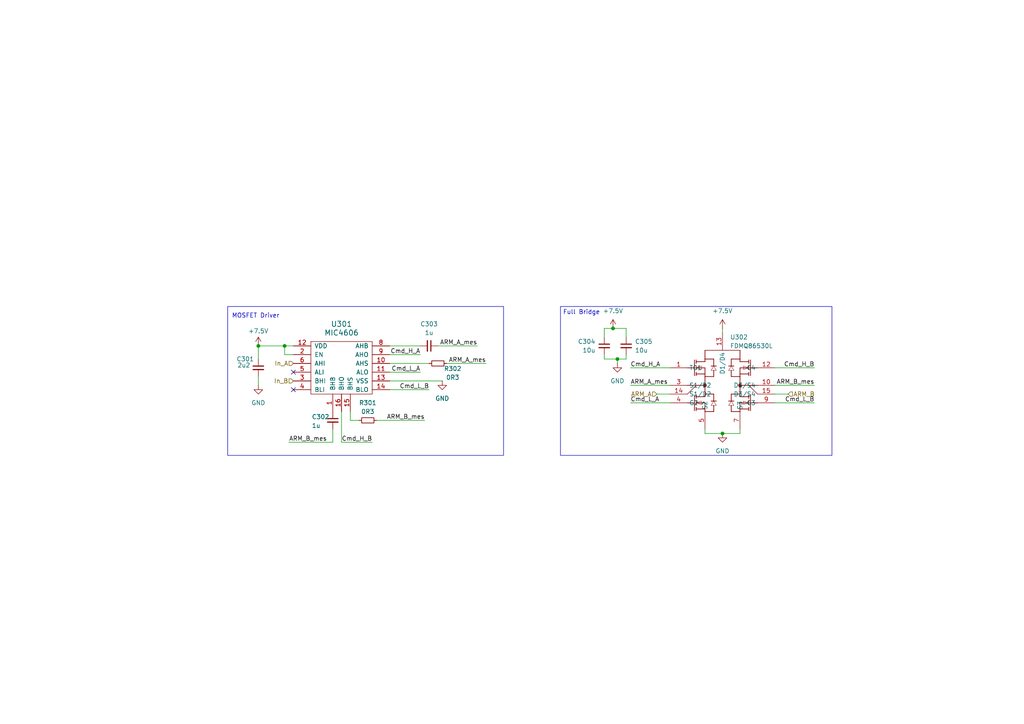
<source format=kicad_sch>
(kicad_sch (version 20231120) (generator "eeschema") (generator_version "8.0")
  (paper "A4")
  (lib_symbols
    (symbol "Custom:FDMQ86530L"
      (property "Reference" "U202" (at 2.1941 13.97 0))
      (property "Value" "FDMQ86530L" (at 2.1941 11.43 0))
      (symbol "FDMQ86530L_0_1"
        (circle (center -5.08 0) (radius 0.254) (stroke (width 0.508)))
        (polyline (pts (xy -10.16 -5.08) (xy -8.128 -5.08)) (stroke (width 0.2032)))
        (polyline (pts (xy -10.16 -2.54) (xy -7.62 0)))
        (polyline (pts (xy -10.16 0) (xy -5.08 0)) (stroke (width 0.2032)))
        (polyline (pts (xy -10.16 5.08) (xy -8.128 5.08)) (stroke (width 0.2032)))
        (polyline (pts (xy -8.128 -2.794) (xy -8.128 -7.366)) (stroke (width 0.2032)))
        (polyline (pts (xy -8.128 7.366) (xy -8.128 2.794)) (stroke (width 0.2032)))
        (polyline (pts (xy -7.62 -7.366) (xy -7.62 -6.35)) (stroke (width 0.2032)))
        (polyline (pts (xy -7.62 -5.588) (xy -7.62 -4.572)) (stroke (width 0.2032)))
        (polyline (pts (xy -7.62 -5.08) (xy -6.096 -5.588)) (stroke (width 0.1016)))
        (polyline (pts (xy -7.62 -2.794) (xy -7.62 -3.81)) (stroke (width 0.2032)))
        (polyline (pts (xy -7.62 2.794) (xy -7.62 3.81)) (stroke (width 0.2032)))
        (polyline (pts (xy -7.62 4.572) (xy -7.62 5.588)) (stroke (width 0.2032)))
        (polyline (pts (xy -7.62 5.08) (xy -6.096 4.572)) (stroke (width 0.1016)))
        (polyline (pts (xy -7.62 7.366) (xy -7.62 6.35)) (stroke (width 0.2032)))
        (polyline (pts (xy -6.096 -5.588) (xy -6.096 -4.572)) (stroke (width 0.1016)))
        (polyline (pts (xy -6.096 -4.572) (xy -7.62 -5.08)) (stroke (width 0.1016)))
        (polyline (pts (xy -6.096 4.572) (xy -6.096 5.588)) (stroke (width 0.1016)))
        (polyline (pts (xy -6.096 5.588) (xy -7.62 5.08)) (stroke (width 0.1016)))
        (polyline (pts (xy -5.08 -7.62) (xy -2.54 -7.62)) (stroke (width 0.2032)))
        (polyline (pts (xy -5.08 -6.858) (xy -7.62 -6.858)) (stroke (width 0.2032)))
        (polyline (pts (xy -5.08 -5.08) (xy -7.62 -5.08)) (stroke (width 0.2032)))
        (polyline (pts (xy -5.08 -5.08) (xy -5.08 -7.62)) (stroke (width 0.2032)))
        (polyline (pts (xy -5.08 -3.302) (xy -7.62 -3.302)) (stroke (width 0.2032)))
        (polyline (pts (xy -5.08 -3.302) (xy -5.08 -2.54)) (stroke (width 0.2032)))
        (polyline (pts (xy -5.08 -2.54) (xy -5.08 2.54)) (stroke (width 0.2032)))
        (polyline (pts (xy -5.08 -2.54) (xy -2.54 -2.54)) (stroke (width 0.2032)))
        (polyline (pts (xy -5.08 2.54) (xy -2.54 2.54)) (stroke (width 0.2032)))
        (polyline (pts (xy -5.08 3.302) (xy -7.62 3.302)) (stroke (width 0.2032)))
        (polyline (pts (xy -5.08 5.08) (xy -7.62 5.08)) (stroke (width 0.2032)))
        (polyline (pts (xy -5.08 5.08) (xy -5.08 2.54)) (stroke (width 0.2032)))
        (polyline (pts (xy -5.08 6.858) (xy -7.62 6.858)) (stroke (width 0.2032)))
        (polyline (pts (xy -5.08 6.858) (xy -5.08 7.62)) (stroke (width 0.2032)))
        (polyline (pts (xy -5.08 7.62) (xy -2.54 7.62)) (stroke (width 0.2032)))
        (polyline (pts (xy -5.08 10.16) (xy -5.08 7.62)) (stroke (width 0.2032)))
        (polyline (pts (xy -5.08 10.16) (xy 5.08 10.16)))
        (polyline (pts (xy -3.302 -5.842) (xy -1.778 -5.842)) (stroke (width 0.1016)))
        (polyline (pts (xy -3.302 -4.572) (xy -1.778 -4.572)) (stroke (width 0.2032)))
        (polyline (pts (xy -3.302 4.318) (xy -1.778 4.318)) (stroke (width 0.1016)))
        (polyline (pts (xy -3.302 5.588) (xy -1.778 5.588)) (stroke (width 0.2032)))
        (polyline (pts (xy -2.54 -7.62) (xy -2.54 -5.842)) (stroke (width 0.2032)))
        (polyline (pts (xy -2.54 -4.572) (xy -3.302 -5.842)) (stroke (width 0.1016)))
        (polyline (pts (xy -2.54 -2.54) (xy -2.54 -4.572)) (stroke (width 0.2032)))
        (polyline (pts (xy -2.54 2.54) (xy -2.54 4.318)) (stroke (width 0.2032)))
        (polyline (pts (xy -2.54 5.588) (xy -3.302 4.318)) (stroke (width 0.1016)))
        (polyline (pts (xy -2.54 7.62) (xy -2.54 5.588)) (stroke (width 0.2032)))
        (polyline (pts (xy -1.778 -5.842) (xy -2.54 -4.572)) (stroke (width 0.1016)))
        (polyline (pts (xy -1.778 4.318) (xy -2.54 5.588)) (stroke (width 0.1016)))
        (polyline (pts (xy 1.778 -5.842) (xy 2.54 -4.572)) (stroke (width 0.1016)))
        (polyline (pts (xy 1.778 4.318) (xy 2.54 5.588)) (stroke (width 0.1016)))
        (polyline (pts (xy 2.54 -7.62) (xy 2.54 -5.842)) (stroke (width 0.2032)))
        (polyline (pts (xy 2.54 -4.572) (xy 3.302 -5.842)) (stroke (width 0.1016)))
        (polyline (pts (xy 2.54 -2.54) (xy 2.54 -4.572)) (stroke (width 0.2032)))
        (polyline (pts (xy 2.54 2.54) (xy 2.54 4.318)) (stroke (width 0.2032)))
        (polyline (pts (xy 2.54 5.588) (xy 3.302 4.318)) (stroke (width 0.1016)))
        (polyline (pts (xy 2.54 7.62) (xy 2.54 5.588)) (stroke (width 0.2032)))
        (polyline (pts (xy 3.302 -5.842) (xy 1.778 -5.842)) (stroke (width 0.1016)))
        (polyline (pts (xy 3.302 -4.572) (xy 1.778 -4.572)) (stroke (width 0.2032)))
        (polyline (pts (xy 3.302 4.318) (xy 1.778 4.318)) (stroke (width 0.1016)))
        (polyline (pts (xy 3.302 5.588) (xy 1.778 5.588)) (stroke (width 0.2032)))
        (polyline (pts (xy 5.08 -7.62) (xy 2.54 -7.62)) (stroke (width 0.2032)))
        (polyline (pts (xy 5.08 -6.858) (xy 7.62 -6.858)) (stroke (width 0.2032)))
        (polyline (pts (xy 5.08 -5.08) (xy 5.08 -7.62)) (stroke (width 0.2032)))
        (polyline (pts (xy 5.08 -5.08) (xy 7.62 -5.08)) (stroke (width 0.2032)))
        (polyline (pts (xy 5.08 -3.302) (xy 5.08 -2.54)) (stroke (width 0.2032)))
        (polyline (pts (xy 5.08 -3.302) (xy 7.62 -3.302)) (stroke (width 0.2032)))
        (polyline (pts (xy 5.08 -2.54) (xy 2.54 -2.54)) (stroke (width 0.2032)))
        (polyline (pts (xy 5.08 -2.54) (xy 5.08 2.54)) (stroke (width 0.2032)))
        (polyline (pts (xy 5.08 2.54) (xy 2.54 2.54)) (stroke (width 0.2032)))
        (polyline (pts (xy 5.08 3.302) (xy 7.62 3.302)) (stroke (width 0.2032)))
        (polyline (pts (xy 5.08 5.08) (xy 5.08 2.54)) (stroke (width 0.2032)))
        (polyline (pts (xy 5.08 5.08) (xy 7.62 5.08)) (stroke (width 0.2032)))
        (polyline (pts (xy 5.08 6.858) (xy 5.08 7.62)) (stroke (width 0.2032)))
        (polyline (pts (xy 5.08 6.858) (xy 7.62 6.858)) (stroke (width 0.2032)))
        (polyline (pts (xy 5.08 7.62) (xy 2.54 7.62)) (stroke (width 0.2032)))
        (polyline (pts (xy 5.08 10.16) (xy 5.08 7.62)) (stroke (width 0.2032)))
        (polyline (pts (xy 6.096 -5.588) (xy 6.096 -4.572)) (stroke (width 0.1016)))
        (polyline (pts (xy 6.096 -4.572) (xy 7.62 -5.08)) (stroke (width 0.1016)))
        (polyline (pts (xy 6.096 4.572) (xy 6.096 5.588)) (stroke (width 0.1016)))
        (polyline (pts (xy 6.096 5.588) (xy 7.62 5.08)) (stroke (width 0.1016)))
        (polyline (pts (xy 7.62 -7.366) (xy 7.62 -6.35)) (stroke (width 0.2032)))
        (polyline (pts (xy 7.62 -5.588) (xy 7.62 -4.572)) (stroke (width 0.2032)))
        (polyline (pts (xy 7.62 -5.08) (xy 6.096 -5.588)) (stroke (width 0.1016)))
        (polyline (pts (xy 7.62 -2.794) (xy 7.62 -3.81)) (stroke (width 0.2032)))
        (polyline (pts (xy 7.62 2.794) (xy 7.62 3.81)) (stroke (width 0.2032)))
        (polyline (pts (xy 7.62 4.572) (xy 7.62 5.588)) (stroke (width 0.2032)))
        (polyline (pts (xy 7.62 5.08) (xy 6.096 4.572)) (stroke (width 0.1016)))
        (polyline (pts (xy 7.62 7.366) (xy 7.62 6.35)) (stroke (width 0.2032)))
        (polyline (pts (xy 8.128 -2.794) (xy 8.128 -7.366)) (stroke (width 0.2032)))
        (polyline (pts (xy 8.128 7.366) (xy 8.128 2.794)) (stroke (width 0.2032)))
        (polyline (pts (xy 10.16 -5.08) (xy 8.128 -5.08)) (stroke (width 0.2032)))
        (polyline (pts (xy 10.16 -2.54) (xy 7.62 0)))
        (polyline (pts (xy 10.16 0) (xy 5.08 0)) (stroke (width 0.2032)))
        (polyline (pts (xy 10.16 5.08) (xy 8.128 5.08)) (stroke (width 0.2032)))
        (circle (center 5.08 0) (radius 0.254) (stroke (width 0.508)))
      )
      (symbol "FDMQ86530L_1_1"
        (pin input line (at -15.24 5.08 0) (length 5.08) (name "TG1") (number "1"))
        (pin input line (at 15.24 0 180) (length 5.08) (name "D3/S4") (number "10"))
        (pin input line (at 15.24 5.08 180) (length 5.08) (name "G4") (number "12"))
        (pin power_in line (at 0 15.24 270) (length 5.08) (name "D1/D4") (number "13"))
        (pin input line (at -15.24 -2.54 0) (length 5.08) (name "S1/D2") (number "14"))
        (pin input line (at 15.24 -2.54 180) (length 5.08) (name "D3/S4") (number "15"))
        (pin input line (at -15.24 0 0) (length 5.08) (name "S1/D2") (number "3"))
        (pin input line (at -15.24 -5.08 0) (length 5.08) (name "G2") (number "4"))
        (pin input line (at -5.08 -12.7 90) (length 5.08) (name "S2") (number "5"))
        (pin input line (at -5.08 -12.7 90) (length 5.08) hide (name "PGND") (number "6"))
        (pin input line (at 5.08 -12.7 90) (length 5.08) (name "S3") (number "7"))
        (pin input line (at 5.08 -12.7 90) (length 5.08) hide (name "S3") (number "8"))
        (pin input line (at 15.24 -5.08 180) (length 5.08) (name "G3") (number "9"))
      )
    )
    (symbol "Device:C_Small" (pin_numbers hide) (pin_names (offset 0.254) hide)
      (property "Reference" "C" (at 0.254 1.778 0))
      (property "Value" "C_Small" (at 0.254 -2.032 0))
      (symbol "C_Small_0_1"
        (polyline (pts (xy -1.524 -0.508) (xy 1.524 -0.508)) (stroke (width 0.3302)))
        (polyline (pts (xy -1.524 0.508) (xy 1.524 0.508)) (stroke (width 0.3048)))
      )
      (symbol "C_Small_1_1"
        (pin passive line (at 0 2.54 270) (length 2.032) (name "~") (number "1"))
        (pin passive line (at 0 -2.54 90) (length 2.032) (name "~") (number "2"))
      )
    )
    (symbol "Device:R_Small" (pin_numbers hide) (pin_names (offset 0.254) hide)
      (property "Reference" "R" (at 0.762 0.508 0))
      (property "Value" "R_Small" (at 0.762 -1.016 0))
      (symbol "R_Small_0_1"
        (rectangle (start -0.762 1.778) (end 0.762 -1.778) (stroke (width 0.2032)))
      )
      (symbol "R_Small_1_1"
        (pin passive line (at 0 2.54 270) (length 0.762) (name "~") (number "1"))
        (pin passive line (at 0 -2.54 90) (length 0.762) (name "~") (number "2"))
      )
    )
    (symbol "GND_1" (power) (pin_numbers hide) (pin_names (offset 0) hide)
      (property "Value" "GND" (at 0 -3.81 0))
      (symbol "GND_1_0_1"
        (polyline (pts (xy 0 0) (xy 0 -1.27) (xy 1.27 -1.27) (xy 0 -2.54) (xy -1.27 -1.27) (xy 0 -1.27)))
      )
      (symbol "GND_1_1_1"
        (pin power_in line (at 0 0 270) (length 0) (name "~") (number "1"))
      )
    )
    (symbol "mic4606:MIC4606" (pin_names (offset 1.016))
      (property "Reference" "U401" (at 0 13.97 0))
      (property "Value" "MIC4606" (at 0 11.43 0))
      (symbol "MIC4606_0_1"
        (rectangle (start -8.89 8.89) (end 8.89 -6.35))
      )
      (symbol "MIC4606_1_1"
        (pin output line (at -2.54 -11.43 90) (length 5.08) (name "BHB") (number "1"))
        (pin output line (at 13.97 2.54 180) (length 5.08) (name "AHS") (number "10"))
        (pin output line (at 13.97 0 180) (length 5.08) (name "ALO") (number "11"))
        (pin power_in line (at -13.97 7.62 0) (length 5.08) (name "VDD") (number "12"))
        (pin input line (at 13.97 -2.54 180) (length 5.08) (name "VSS") (number "13"))
        (pin output line (at 13.97 -5.08 180) (length 5.08) (name "BLO") (number "14"))
        (pin output line (at 2.54 -11.43 90) (length 5.08) (name "BHS") (number "15"))
        (pin output line (at 0 -11.43 90) (length 5.08) (name "BHO") (number "16"))
        (pin input line (at -13.97 5.08 0) (length 5.08) (name "EN") (number "2"))
        (pin input line (at -13.97 -2.54 0) (length 5.08) (name "BHI") (number "3"))
        (pin input line (at -13.97 -5.08 0) (length 5.08) (name "BLI") (number "4"))
        (pin input line (at -13.97 0 0) (length 5.08) (name "ALI") (number "5"))
        (pin input line (at -13.97 2.54 0) (length 5.08) (name "AHI") (number "6"))
        (pin output line (at 13.97 7.62 180) (length 5.08) (name "AHB") (number "8"))
        (pin output line (at 13.97 5.08 180) (length 5.08) (name "AHO") (number "9"))
      )
    )
    (symbol "power:+15V" (power) (pin_numbers hide) (pin_names (offset 0) hide)
      (property "Value" "+15V" (at 0 3.556 0))
      (symbol "+15V_0_1"
        (polyline (pts (xy -0.762 1.27) (xy 0 2.54)))
        (polyline (pts (xy 0 0) (xy 0 2.54)))
        (polyline (pts (xy 0 2.54) (xy 0.762 1.27)))
      )
      (symbol "+15V_1_1"
        (pin power_in line (at 0 0 90) (length 0) (name "~") (number "1"))
      )
    )
    (symbol "power:+7.5V" (power) (pin_numbers hide) (pin_names (offset 0) hide)
      (property "Value" "+7.5V" (at 0 3.556 0))
      (symbol "+7.5V_0_1"
        (polyline (pts (xy -0.762 1.27) (xy 0 2.54)))
        (polyline (pts (xy 0 0) (xy 0 2.54)))
        (polyline (pts (xy 0 2.54) (xy 0.762 1.27)))
      )
      (symbol "+7.5V_1_1"
        (pin power_in line (at 0 0 90) (length 0) (name "~") (number "1"))
      )
    )
  )
  (junction (at 177.8 95.25))
  (junction (at 209.55 125.73))
  (junction (at 74.93 100.33))
  (junction (at 179.07 104.14))
  (junction (at 82.55 100.33))
  (no_connect (at 85.09 107.95))
  (no_connect (at 85.09 113.03))
  (wire (pts (xy 175.26 95.25) (xy 177.8 95.25)))
  (wire (pts (xy 109.22 121.92) (xy 123.19 121.92)))
  (wire (pts (xy 182.88 106.68) (xy 194.31 106.68)))
  (wire (pts (xy 224.79 106.68) (xy 236.22 106.68)))
  (wire (pts (xy 113.03 105.41) (xy 124.46 105.41)))
  (wire (pts (xy 99.06 128.27) (xy 99.06 119.38)))
  (wire (pts (xy 204.47 124.46) (xy 204.47 125.73)))
  (wire (pts (xy 113.03 110.49) (xy 128.27 110.49)))
  (wire (pts (xy 236.22 116.84) (xy 224.79 116.84)))
  (wire (pts (xy 179.07 104.14) (xy 179.07 105.41)))
  (wire (pts (xy 224.79 114.3) (xy 228.6 114.3)))
  (wire (pts (xy 175.26 97.79) (xy 175.26 95.25)))
  (wire (pts (xy 121.92 102.87) (xy 113.03 102.87)))
  (wire (pts (xy 74.93 100.33) (xy 82.55 100.33)))
  (wire (pts (xy 204.47 125.73) (xy 209.55 125.73)))
  (wire (pts (xy 127 100.33) (xy 138.43 100.33)))
  (wire (pts (xy 194.31 111.76) (xy 182.88 111.76)))
  (wire (pts (xy 181.61 102.87) (xy 181.61 104.14)))
  (wire (pts (xy 214.63 124.46) (xy 214.63 125.73)))
  (wire (pts (xy 175.26 104.14) (xy 179.07 104.14)))
  (wire (pts (xy 74.93 109.22) (xy 74.93 111.76)))
  (wire (pts (xy 82.55 102.87) (xy 82.55 100.33)))
  (wire (pts (xy 175.26 102.87) (xy 175.26 104.14)))
  (wire (pts (xy 96.52 128.27) (xy 96.52 124.46)))
  (wire (pts (xy 101.6 121.92) (xy 104.14 121.92)))
  (wire (pts (xy 113.03 100.33) (xy 121.92 100.33)))
  (wire (pts (xy 182.88 116.84) (xy 194.31 116.84)))
  (wire (pts (xy 74.93 104.14) (xy 74.93 100.33)))
  (wire (pts (xy 194.31 114.3) (xy 190.5 114.3)))
  (wire (pts (xy 85.09 102.87) (xy 82.55 102.87)))
  (wire (pts (xy 124.46 113.03) (xy 113.03 113.03)))
  (wire (pts (xy 121.92 107.95) (xy 113.03 107.95)))
  (wire (pts (xy 181.61 95.25) (xy 181.61 97.79)))
  (wire (pts (xy 129.54 105.41) (xy 140.97 105.41)))
  (wire (pts (xy 101.6 121.92) (xy 101.6 119.38)))
  (wire (pts (xy 209.55 95.25) (xy 209.55 96.52)))
  (wire (pts (xy 82.55 100.33) (xy 85.09 100.33)))
  (wire (pts (xy 177.8 95.25) (xy 181.61 95.25)))
  (wire (pts (xy 107.95 128.27) (xy 99.06 128.27)))
  (wire (pts (xy 96.52 128.27) (xy 83.82 128.27)))
  (wire (pts (xy 224.79 111.76) (xy 236.22 111.76)))
  (wire (pts (xy 179.07 104.14) (xy 181.61 104.14)))
  (wire (pts (xy 214.63 125.73) (xy 209.55 125.73)))
  (rectangle (start 162.56 88.9) (end 241.3 132.08))
  (rectangle (start 66.04 88.9) (end 146.05 132.08))
  (text "Full Bridge\n" (at 168.656 90.678 0) (effects (font (size 1.27 1.27))))
  (text "\n" (at 95.25 128.27 0) (effects (font (size 1.27 1.27))))
  (text "MOSFET Driver" (at 74.168 91.694 0) (effects (font (size 1.27 1.27))))
  (label "Cmd_L_B" (at 236.22 116.84 180))
  (label "Cmd_H_B" (at 236.22 106.68 180))
  (label "Cmd_L_A" (at 121.92 107.95 180))
  (label "Cmd_L_A" (at 182.88 116.84 0))
  (label "ARM_B_mes" (at 123.19 121.92 180))
  (label "ARM_A_mes" (at 182.88 111.76 0))
  (label "ARM_A_mes" (at 140.97 105.41 180))
  (label "Cmd_H_A" (at 182.88 106.68 0))
  (label "ARM_A_mes" (at 138.43 100.33 180))
  (label "Cmd_H_A" (at 121.92 102.87 180))
  (label "Cmd_H_B" (at 107.95 128.27 180))
  (label "ARM_B_mes" (at 83.82 128.27 0))
  (label "Cmd_L_B" (at 124.46 113.03 180))
  (label "ARM_B_mes" (at 236.22 111.76 180))
  (hierarchical_label "In_B" (shape input) (at 85.09 110.49 180))
  (hierarchical_label "ARM_B" (shape input) (at 228.6 114.3 0))
  (hierarchical_label "ARM_A" (shape input) (at 190.5 114.3 180))
  (hierarchical_label "In_A" (shape input) (at 85.09 105.41 180))
  (symbol (lib_name "GND_1") (lib_id "power:GND") (at 209.55 125.73 0) (unit 1)
    (property "Reference" "#PWR0307" (effects (hide yes)))
    (property "Value" "GND" (at 209.55 130.81 0))
    (property "Description" "Power symbol creates a global label with name \"GND\" , ground" (effects (hide yes)))
    (instances (project "S2C_motorBoard" (path "" (reference "#PWR0307") (unit 1)) (path "" (reference "#PWR0207") (unit 1)) (path "" (reference "#PWR0507") (unit 1)) (path "" (reference "#PWR0407") (unit 1))))
  )
  (symbol (lib_id "Device:C_Small") (at 175.26 100.33 0) (mirror y) (unit 1)
    (property "Reference" "C304" (at 172.72 99.0662 0) (effects (justify left)))
    (property "Value" "10u" (at 172.72 101.6062 0) (effects (justify left)))
    (property "Footprint" "Capacitor_SMD:C_0603_1608Metric" (effects (hide yes)))
    (property "Datasheet" "https://www.we-online.com/components/products/datasheet/885012106031.pdf" (effects (hide yes)))
    (property "Description" "Unpolarized capacitor, small symbol" (effects (hide yes)))
    (property "MPN" " 885012106031" (effects (hide yes)))
    (instances (project "S2C_motorBoard" (path "" (reference "C304") (unit 1)) (path "" (reference "C204") (unit 1)) (path "" (reference "C504") (unit 1)) (path "" (reference "C404") (unit 1))))
  )
  (symbol (lib_name "GND_1") (lib_id "power:GND") (at 179.07 105.41 0) (unit 1)
    (property "Reference" "#PWR0305" (effects (hide yes)))
    (property "Value" "GND" (at 179.07 110.49 0))
    (property "Description" "Power symbol creates a global label with name \"GND\" , ground" (effects (hide yes)))
    (instances (project "S2C_motorBoard" (path "" (reference "#PWR0305") (unit 1)) (path "" (reference "#PWR0205") (unit 1)) (path "" (reference "#PWR0505") (unit 1)) (path "" (reference "#PWR0405") (unit 1))))
  )
  (symbol (lib_name "GND_1") (lib_id "power:GND") (at 74.93 111.76 0) (unit 1)
    (property "Reference" "#PWR0302" (effects (hide yes)))
    (property "Value" "GND" (at 74.93 116.84 0))
    (property "Description" "Power symbol creates a global label with name \"GND\" , ground" (effects (hide yes)))
    (instances (project "S2C_motorBoard" (path "" (reference "#PWR0302") (unit 1)) (path "" (reference "#PWR0202") (unit 1)) (path "" (reference "#PWR0502") (unit 1)) (path "" (reference "#PWR0402") (unit 1))))
  )
  (symbol (lib_id "Custom:FDMQ86530L") (at 209.55 111.76 0) (unit 1)
    (property "Reference" "U302" (at 211.7441 97.79 0) (effects (justify left)))
    (property "Value" "FDMQ86530L" (at 211.7441 100.33 0) (effects (justify left)))
    (property "Footprint" "CustomLibrary:FDMQ86530L" (effects (hide yes)))
    (property "Datasheet" "https://www.onsemi.com/download/data-sheet/pdf/fdmq86530l-d.pdf" (effects (hide yes)))
    (property "Description" "Quad MOSFET" (effects (hide yes)))
    (instances (project "S2C_motorBoard" (path "" (reference "U302") (unit 1)) (path "" (reference "U202") (unit 1)) (path "" (reference "U502") (unit 1)) (path "" (reference "U402") (unit 1))))
  )
  (symbol (lib_id "Device:C_Small") (at 74.93 106.68 0) (unit 1)
    (property "Reference" "C301" (at 68.58 104.14 0) (effects (justify left)))
    (property "Value" "2u2" (at 68.834 105.918 0) (effects (justify left)))
    (property "Footprint" "Capacitor_SMD:C_0603_1608Metric" (effects (hide yes)))
    (property "Description" "Unpolarized capacitor, small symbol" (effects (hide yes)))
    (instances (project "S2C_motorBoard" (path "" (reference "C301") (unit 1)) (path "" (reference "C201") (unit 1)) (path "" (reference "C501") (unit 1)) (path "" (reference "C401") (unit 1))))
  )
  (symbol (lib_name "GND_1") (lib_id "power:GND") (at 128.27 110.49 0) (unit 1)
    (property "Reference" "#PWR0303" (effects (hide yes)))
    (property "Value" "GND" (at 128.27 115.57 0))
    (property "Description" "Power symbol creates a global label with name \"GND\" , ground" (effects (hide yes)))
    (instances (project "S2C_motorBoard" (path "" (reference "#PWR0303") (unit 1)) (path "" (reference "#PWR0203") (unit 1)) (path "" (reference "#PWR0503") (unit 1)) (path "" (reference "#PWR0403") (unit 1))))
  )
  (symbol (lib_id "Device:C_Small") (at 124.46 100.33 270) (unit 1)
    (property "Reference" "C303" (at 124.4536 93.98 90))
    (property "Value" "1u" (at 124.4536 96.52 90))
    (property "Footprint" "Capacitor_SMD:C_0805_2012Metric" (effects (hide yes)))
    (property "Description" "Unpolarized capacitor, small symbol" (effects (hide yes)))
    (instances (project "S2C_motorBoard" (path "" (reference "C303") (unit 1)) (path "" (reference "C203") (unit 1)) (path "" (reference "C503") (unit 1)) (path "" (reference "C403") (unit 1))))
  )
  (symbol (lib_id "power:+7.5V") (at 74.93 100.33 0) (unit 1)
    (property "Reference" "#PWR0301" (effects (hide yes)))
    (property "Value" "+7.5V" (at 74.93 96.012 0))
    (property "Description" "Power symbol creates a global label with name \"+7.5V\"" (effects (hide yes)))
    (instances (project "S2C_motorBoard" (path "" (reference "#PWR0301") (unit 1)) (path "" (reference "#PWR0201") (unit 1)) (path "" (reference "#PWR0501") (unit 1)) (path "" (reference "#PWR0401") (unit 1))))
  )
  (symbol (lib_id "power:+15V") (at 177.8 95.25 0) (unit 1)
    (property "Reference" "#PWR0304" (effects (hide yes)))
    (property "Value" "+7.5V" (at 177.8 90.17 0))
    (property "Description" "Power symbol creates a global label with name \"+15V\"" (effects (hide yes)))
    (instances (project "S2C_motorBoard" (path "" (reference "#PWR0304") (unit 1)) (path "" (reference "#PWR0204") (unit 1)) (path "" (reference "#PWR0504") (unit 1)) (path "" (reference "#PWR0404") (unit 1))))
  )
  (symbol (lib_id "Device:R_Small") (at 127 105.41 270) (mirror x) (unit 1)
    (property "Reference" "R302" (at 131.318 106.934 90))
    (property "Value" "0R3" (at 131.318 109.474 90))
    (property "Footprint" "Resistor_SMD:R_1210_3225Metric" (effects (hide yes)))
    (property "Datasheet" "https://www.vishay.com/docs/20019/rcwe.pdf" (effects (hide yes)))
    (property "Description" "Resistor, small symbol" (effects (hide yes)))
    (instances (project "S2C_motorBoard" (path "" (reference "R302") (unit 1)) (path "" (reference "R202") (unit 1)) (path "" (reference "R502") (unit 1)) (path "" (reference "R402") (unit 1))))
  )
  (symbol (lib_id "Device:R_Small") (at 106.68 121.92 270) (mirror x) (unit 1)
    (property "Reference" "R301" (at 106.68 116.84 90))
    (property "Value" "0R3" (at 106.68 119.38 90))
    (property "Footprint" "Resistor_SMD:R_1210_3225Metric" (effects (hide yes)))
    (property "Datasheet" "https://www.vishay.com/docs/20019/rcwe.pdf" (effects (hide yes)))
    (property "Description" "Resistor, small symbol" (effects (hide yes)))
    (instances (project "S2C_motorBoard" (path "" (reference "R301") (unit 1)) (path "" (reference "R201") (unit 1)) (path "" (reference "R501") (unit 1)) (path "" (reference "R401") (unit 1))))
  )
  (symbol (lib_id "power:+15V") (at 209.55 95.25 0) (unit 1)
    (property "Reference" "#PWR0306" (effects (hide yes)))
    (property "Value" "+7.5V" (at 209.55 90.17 0))
    (property "Description" "Power symbol creates a global label with name \"+15V\"" (effects (hide yes)))
    (instances (project "S2C_motorBoard" (path "" (reference "#PWR0306") (unit 1)) (path "" (reference "#PWR0206") (unit 1)) (path "" (reference "#PWR0506") (unit 1)) (path "" (reference "#PWR0406") (unit 1))))
  )
  (symbol (lib_id "Device:C_Small") (at 181.61 100.33 0) (unit 1)
    (property "Reference" "C305" (at 184.15 99.0662 0) (effects (justify left)))
    (property "Value" "10u" (at 184.15 101.6062 0) (effects (justify left)))
    (property "Footprint" "Capacitor_SMD:C_0603_1608Metric" (effects (hide yes)))
    (property "Datasheet" "https://www.we-online.com/components/products/datasheet/885012106031.pdf" (effects (hide yes)))
    (property "Description" "Unpolarized capacitor, small symbol" (effects (hide yes)))
    (property "MPN" " 885012106031" (effects (hide yes)))
    (instances (project "S2C_motorBoard" (path "" (reference "C305") (unit 1)) (path "" (reference "C205") (unit 1)) (path "" (reference "C505") (unit 1)) (path "" (reference "C405") (unit 1))))
  )
  (symbol (lib_id "Device:C_Small") (at 96.52 121.92 0) (unit 1)
    (property "Reference" "C302" (at 90.424 120.904 0) (effects (justify left)))
    (property "Value" "1u" (at 90.424 123.444 0) (effects (justify left)))
    (property "Footprint" "Capacitor_SMD:C_0805_2012Metric" (effects (hide yes)))
    (property "Description" "Unpolarized capacitor, small symbol" (effects (hide yes)))
    (instances (project "S2C_motorBoard" (path "" (reference "C302") (unit 1)) (path "" (reference "C202") (unit 1)) (path "" (reference "C502") (unit 1)) (path "" (reference "C402") (unit 1))))
  )
  (symbol (lib_id "mic4606:MIC4606") (at 99.06 107.95 0) (unit 1)
    (property "Reference" "U301" (at 99.06 93.98 0) (effects (font (size 1.524 1.524))))
    (property "Value" "MIC4606" (at 99.06 96.52 0) (effects (font (size 1.524 1.524))))
    (property "Footprint" "Package_SO:TSSOP-16_4.4x5mm_P0.65mm" (effects (hide yes)))
    (property "Datasheet" "https://www.mouser.fr/datasheet/2/268/MIC4606_85V_Full_Bridge_MOSFET_Drivers_with_Adapti-3442103.pdf" (effects (hide yes)))
    (instances (project "S2C_motorBoard" (path "" (reference "U301") (unit 1)) (path "" (reference "U201") (unit 1)) (path "" (reference "U501") (unit 1)) (path "" (reference "U401") (unit 1))))
  )
)
</source>
